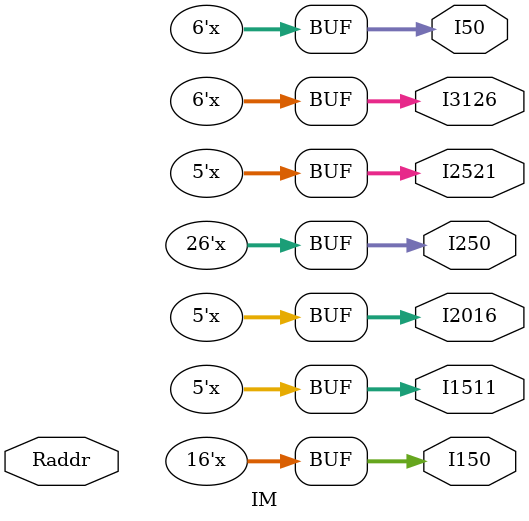
<source format=v>
`timescale 1ns / 1ps
module IM (Raddr,I250, I3126, I2521, I2016, I1511, I150,I50);
input [31:0]Raddr;
reg [31:0] instruction;
output [25:0] I250;
output [5:0] I3126;
output [4:0] I2521;
output [4:0] I2016;
output [4:0] I1511;
output [15:0] I150;
output[5:0] I50;
reg [25:0] I250;
reg [5:0] I3126;
reg [4:0] I2521;
reg [4:0] I2016;
reg [4:0] I1511;
reg [15:0] I150;
reg [5:0] I50;
reg [31:0] memory [0:29];
initial begin 
memory[0] = 32'b00100000000010000000000000100000; //addi $t0, $zero, 0x20 
memory[1] = 32'b00100000000010010000000000100111; //addi $t1, $zero, 0x27  
memory[2] = 32'b00000001000010011000000000100100; //and $s0, $t0, $t1   
memory[3] = 32'b00000001000010011000000000100101; //or $s0, $t0, $t1
memory[4] = 32'b10101100000100000000000000000100; //sw $s0, 4($zero)
memory[5] = 32'b10101100000010000000000000001000; //sw $t0, 8($zero)
memory[6] = 32'b00000001000010011000100000100000; //add $s1, $t0, $t1
memory[7] = 32'b00000001000010011001000000100010; //sub $s2, $t0, $t1
memory[8] = 32'b00010010001100100000000000001001; //beq $s1, $s2, error0
memory[9] = 32'b10001100000100010000000000000100; //lw $s1, 4($zero)
memory[10]= 32'b00110010001100100000000000011000; //andi $s2, $s1, 0x18
memory[11] =32'b00010010001100100000000000001001; //beq $s1, $s2, error1
memory[12] =32'b10001100000100110000000000001000; //lw $s3, 8($zero)
memory[13] =32'b00010010000100110000000000001010; //beq $s0, $s3, error2
memory[14] =32'b00000010010100011010000000101010; //slt $s4, $s2, $s1 (Last)
memory[15] =32'b00010010100000000000000000001111; //beq $s4, $0, EXIT
memory[16] =32'b00000010001000001001000000100000; //add $s2, $s1, $0
memory[17] =32'b00001000000000000000000000001110; //j Last
memory[18] =32'b00100000000010000000000000000000; //addi $t0, $0, 0(error0)
memory[19] =32'b00100000000010010000000000000000; //addi $t1, $0, 0
memory[20] =32'b00001000000000000000000000011111; //j EXIT
memory[21] =32'b00100000000010000000000000000001; //addi $t0, $0, 1(error1)
memory[22] =32'b00100000000010010000000000000001; //addi $t1, $0, 1
memory[23] =32'b00001000000000000000000000011111; //j EXIT
memory[24] =32'b00100000000010000000000000000010; //addi $t0, $0, 2(error2)
memory[25] =32'b00100000000010010000000000000010; //addi $t1, $0, 2
memory[26] =32'b00001000000000000000000000011111; //j EXIT
memory[27] =32'b00100000000010000000000000000011; //addi $t0, $0, 3(error3)
memory[28] =32'b00100000000010010000000000000011; //addi $t1, $0, 3
memory[29] =32'b00001000000000000000000000011111; //j EXIT
end
always @(*)begin
instruction[31:0] <= memory[Raddr/4];
I250 <= instruction[25:0];
I3126 <= instruction[31:26];
I2521<= instruction[25:21];
I2016 <= instruction[20:16];
I1511 <= instruction[15:11];
I150 <= instruction[15:0];
I50<=instruction[5:0];
end   
endmodule

</source>
